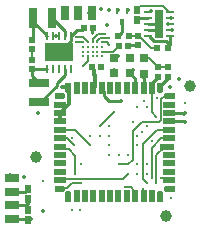
<source format=gbl>
G04 Layer_Physical_Order=6*
G04 Layer_Color=11436288*
%FSLAX25Y25*%
%MOIN*%
G70*
G01*
G75*
%ADD10C,0.00600*%
%ADD18R,0.02205X0.02047*%
%ADD21R,0.02047X0.02205*%
%ADD22R,0.02756X0.02756*%
%ADD23R,0.02165X0.02165*%
%ADD24C,0.01000*%
%ADD25C,0.01200*%
%ADD26C,0.03937*%
%ADD27C,0.01969*%
%ADD28C,0.01400*%
%ADD29C,0.01100*%
%ADD30C,0.01000*%
%ADD37O,0.03537X0.02205*%
%ADD38O,0.02205X0.03537*%
%ADD39O,0.02205X0.03737*%
%ADD40O,0.03737X0.02205*%
%ADD41R,0.02205X0.02165*%
%ADD42R,0.02205X0.03937*%
%ADD43R,0.02165X0.02205*%
%ADD44R,0.03937X0.02205*%
%ADD45R,0.05118X0.02205*%
%ADD46C,0.00906*%
%ADD47R,0.03000X0.05000*%
%ADD48R,0.02362X0.02559*%
%ADD49R,0.02165X0.02165*%
%ADD50R,0.01063X0.02047*%
%ADD51R,0.01417X0.02047*%
%ADD52R,0.02520X0.09409*%
%ADD53R,0.02756X0.00984*%
%ADD54R,0.09370X0.06496*%
%ADD55R,0.00984X0.02756*%
%ADD56R,0.02441X0.02598*%
%ADD57R,0.07087X0.03150*%
%ADD58R,0.05000X0.03000*%
%ADD59R,0.02756X0.02756*%
%ADD60R,0.03150X0.07087*%
D10*
X139400Y127400D02*
X144800D01*
X136200Y124200D02*
X139400Y127400D01*
X114102Y121898D02*
X116500Y119500D01*
X111996Y121898D02*
X114102D01*
X116907Y124693D02*
X122000Y119600D01*
X111996Y124693D02*
X116907D01*
X117000Y110000D02*
Y115974D01*
X114764Y118209D02*
X117000Y115974D01*
X111996Y119102D02*
X112889Y118209D01*
X114764D01*
X138668Y165900D02*
X146196D01*
X148159Y163937D01*
X148642D01*
X125126Y125874D02*
Y126026D01*
X129800Y130700D01*
X142500Y118785D02*
X145613Y121898D01*
X148201D01*
X139524Y119933D02*
X144284Y124693D01*
X142500Y108500D02*
Y118785D01*
X139524Y108326D02*
Y119933D01*
X144284Y124693D02*
X148201D01*
X144800Y127400D02*
X145432Y128032D01*
X136200Y114751D02*
Y124200D01*
X134724Y113276D02*
X136200Y114751D01*
X122775Y154927D02*
X124549Y156700D01*
X122775Y153862D02*
Y154927D01*
X124549Y156700D02*
X126800D01*
X139483Y102796D02*
Y105000D01*
X139524Y108326D02*
X140874Y106976D01*
X114265Y105264D02*
X115976Y106976D01*
X118827D01*
X111110Y105126D02*
Y105264D01*
X114265D01*
X111996Y107921D02*
Y108326D01*
X132775D02*
X134575Y110126D01*
X111996Y108326D02*
X132775D01*
X144024Y106976D02*
Y116332D01*
X146794Y119102D01*
X148004D01*
X136988Y102496D02*
Y104012D01*
X135414Y105586D02*
X136988Y104012D01*
X133414Y105586D02*
X135414D01*
X131425Y113276D02*
X134724D01*
X148948Y135735D02*
X149087Y135874D01*
X146235Y135735D02*
X148948D01*
X145500Y108500D02*
X147622D01*
X137964Y156000D02*
X138000Y156035D01*
X134772Y156000D02*
X137964D01*
X138000Y156035D02*
X138186D01*
X142222Y152000D01*
X144228D01*
X102500Y148035D02*
Y151464D01*
X140000Y148756D02*
X141516D01*
X144500Y145772D01*
X148000D01*
X125925Y150713D02*
X129677D01*
X131465Y152500D01*
X117338Y153862D02*
X119626D01*
X117500Y155600D02*
X119660D01*
X121201Y153862D02*
Y154059D01*
X119660Y155600D02*
X121201Y154059D01*
X124350Y153862D02*
Y154250D01*
X125300Y155200D01*
X128400D01*
X125925Y153862D02*
X127538D01*
X128400Y153000D01*
X121201Y147501D02*
Y149138D01*
X119600Y145900D02*
X121201Y147501D01*
X142579Y130468D02*
X144024Y129024D01*
X142579Y130468D02*
Y138504D01*
X145432Y128032D02*
Y134623D01*
X145450Y134641D01*
Y134950D01*
X146235Y135735D01*
D18*
X125535Y145500D02*
D03*
X122465D02*
D03*
X134535Y152500D02*
D03*
X131465D02*
D03*
X119864Y158500D02*
D03*
X122935D02*
D03*
D21*
X102500Y154535D02*
D03*
Y151464D02*
D03*
Y144965D02*
D03*
Y148035D02*
D03*
X138000Y156035D02*
D03*
Y152964D02*
D03*
D22*
X140000Y143244D02*
D03*
Y148756D02*
D03*
D23*
X148000Y142228D02*
D03*
Y145772D02*
D03*
X144500Y142228D02*
D03*
Y145772D02*
D03*
D24*
X102500Y144890D02*
X107563D01*
X110800Y140320D02*
X113469Y142988D01*
X110800Y139417D02*
Y140320D01*
X105902Y134520D02*
X110800Y139417D01*
X105000Y134520D02*
X105902D01*
X102500Y142650D02*
Y144890D01*
Y142650D02*
X105000Y140150D01*
X128400Y134200D02*
X132200D01*
X126500Y136100D02*
X128400Y134200D01*
X126500Y136100D02*
Y137597D01*
X125700Y138397D02*
X126500Y137597D01*
X139783Y138504D02*
Y143027D01*
X122700Y156800D02*
Y158265D01*
X117427Y158100D02*
X119465D01*
X115437Y156110D02*
X117427Y158100D01*
X115437Y154437D02*
Y156110D01*
X111500Y150500D02*
X115437Y154437D01*
X141358Y160000D02*
X145000D01*
X148642Y152870D02*
Y156063D01*
X143326Y154295D02*
X147216D01*
X141558Y156063D02*
X143326Y154295D01*
X147216D02*
X148642Y152870D01*
X142579Y140307D02*
X144500Y142228D01*
X145374Y139390D02*
X148000Y142016D01*
X136988Y138504D02*
Y141768D01*
X135256Y143500D02*
X136988Y141768D01*
X135000Y152964D02*
X138000D01*
X113469Y142988D02*
Y144890D01*
X102850Y160823D02*
X107563Y156110D01*
X102850Y154886D02*
Y160823D01*
X113469Y156110D02*
Y157681D01*
X109150Y162000D02*
X113469Y157681D01*
X141358Y158031D02*
X145000D01*
X138201Y161969D02*
X141358D01*
X132500Y157272D02*
Y160571D01*
X131228Y156000D02*
X132500Y157272D01*
X96000Y99600D02*
X100900D01*
X101200Y99900D01*
Y101527D01*
X148201Y127488D02*
X153388D01*
X148201Y130283D02*
X153048D01*
Y129983D02*
X153500Y130435D01*
X96000Y95100D02*
X100827D01*
X96000Y104100D02*
X100427D01*
D25*
X112500Y139100D02*
X114030D01*
X114130Y139000D01*
X111996Y130283D02*
X115065Y133352D01*
X111996Y127488D02*
Y130283D01*
X115065Y133352D02*
Y138065D01*
X114626Y138504D02*
X115065Y138065D01*
X122465Y145500D02*
X123333Y144631D01*
Y143067D02*
Y144631D01*
Y143067D02*
X123500Y142900D01*
Y138992D02*
Y142900D01*
D26*
X155118Y139370D02*
D03*
X147244Y96063D02*
D03*
X103937Y115748D02*
D03*
D27*
X145000Y158031D02*
D03*
Y161969D02*
D03*
X113469Y148531D02*
D03*
Y152469D02*
D03*
X109531Y148531D02*
D03*
Y152469D02*
D03*
D28*
X102500Y144890D02*
D03*
X112500Y139100D02*
D03*
X131200Y164500D02*
D03*
X134600Y164600D02*
D03*
X128200D02*
D03*
X125600Y165000D02*
D03*
X121700Y163700D02*
D03*
X151500Y141600D02*
D03*
X149100Y158000D02*
D03*
X134300Y139800D02*
D03*
X100000Y108858D02*
D03*
X112300Y116300D02*
D03*
X112700Y113200D02*
D03*
X131300Y149200D02*
D03*
X128900Y137200D02*
D03*
X132200Y134200D02*
D03*
X135400Y148500D02*
D03*
X136200Y144500D02*
D03*
X148500Y138800D02*
D03*
X140000Y141800D02*
D03*
X138000Y152900D02*
D03*
X106100Y97500D02*
D03*
X95300Y109500D02*
D03*
X113500Y163600D02*
D03*
X104700Y130300D02*
D03*
X123500Y142900D02*
D03*
X102500Y151464D02*
D03*
X102900Y163900D02*
D03*
X102850Y160823D02*
D03*
X127600Y159600D02*
D03*
X110516Y156110D02*
D03*
X140000Y148756D02*
D03*
X129900Y144500D02*
D03*
X142200Y164400D02*
D03*
X118000Y163500D02*
D03*
X147800Y159900D02*
D03*
X149000Y162000D02*
D03*
X131465Y152500D02*
D03*
X125535Y145500D02*
D03*
X101200Y99900D02*
D03*
X153500Y127300D02*
D03*
Y130435D02*
D03*
X101200Y104873D02*
D03*
X102300Y94800D02*
D03*
D29*
X118504Y98031D02*
D03*
X139115Y124115D02*
D03*
X140874Y125874D02*
D03*
X116500Y119500D02*
D03*
X122000Y119600D02*
D03*
X117000Y110000D02*
D03*
X129800Y130700D02*
D03*
X125126Y125874D02*
D03*
X137724Y113276D02*
D03*
X106300Y107500D02*
D03*
X122000Y122700D02*
D03*
X125100D02*
D03*
X116036Y121900D02*
D03*
X115900Y98035D02*
D03*
X142500Y121000D02*
D03*
X139800Y134400D02*
D03*
X140874Y132173D02*
D03*
X137700Y132200D02*
D03*
X119626Y152287D02*
D03*
X139483Y105000D02*
D03*
X140874Y113276D02*
D03*
Y110126D02*
D03*
Y106976D02*
D03*
X144024Y129024D02*
D03*
Y106976D02*
D03*
X118827D02*
D03*
X134575Y110126D02*
D03*
X131425Y113276D02*
D03*
Y116425D02*
D03*
X128276D02*
D03*
Y119575D02*
D03*
X134575Y116425D02*
D03*
X137724Y119575D02*
D03*
X128276Y125874D02*
D03*
Y122724D02*
D03*
X149000Y105000D02*
D03*
Y116000D02*
D03*
X142500Y108500D02*
D03*
X137724Y110126D02*
D03*
X133414Y105586D02*
D03*
X149000Y111000D02*
D03*
X145374Y101610D02*
D03*
X149000Y133000D02*
D03*
Y102000D02*
D03*
X142500Y101500D02*
D03*
X145500Y108500D02*
D03*
X149000Y113500D02*
D03*
X118827Y113276D02*
D03*
X136400Y127198D02*
D03*
X144100Y135200D02*
D03*
D30*
X137724Y122724D02*
D03*
X145374Y138504D02*
D03*
X153500Y133500D02*
D03*
X122700Y156800D02*
D03*
X115500Y143900D02*
D03*
X109500D02*
D03*
X125925Y149138D02*
D03*
X124350D02*
D03*
X121201Y152287D02*
D03*
Y150713D02*
D03*
X122775D02*
D03*
Y152287D02*
D03*
X124350D02*
D03*
X128400Y153000D02*
D03*
X117400Y155700D02*
D03*
X117300Y153900D02*
D03*
X126800Y156700D02*
D03*
X128400Y155200D02*
D03*
X119626Y149138D02*
D03*
X119600Y145900D02*
D03*
X122775Y149138D02*
D03*
D37*
X111996Y135874D02*
D03*
Y105126D02*
D03*
D38*
X114626Y102496D02*
D03*
Y138504D02*
D03*
D39*
X145374Y102496D02*
D03*
Y138504D02*
D03*
D40*
X148201Y135874D02*
D03*
Y105126D02*
D03*
D41*
X145374Y101610D02*
D03*
X114626D02*
D03*
Y139390D02*
D03*
X145374D02*
D03*
D42*
X142579Y102496D02*
D03*
X139783D02*
D03*
X136988D02*
D03*
X134193D02*
D03*
X131398D02*
D03*
X128602D02*
D03*
X125807D02*
D03*
X123012D02*
D03*
X120217D02*
D03*
X117421D02*
D03*
Y138504D02*
D03*
X120217D02*
D03*
X123012D02*
D03*
X125807D02*
D03*
X128602D02*
D03*
X131398D02*
D03*
X134193D02*
D03*
X136988D02*
D03*
X139783D02*
D03*
X142579D02*
D03*
D43*
X111110Y105126D02*
D03*
Y135874D02*
D03*
X149087D02*
D03*
Y105126D02*
D03*
D44*
X111996Y107921D02*
D03*
Y110716D02*
D03*
Y113512D02*
D03*
Y116307D02*
D03*
Y119102D02*
D03*
Y121898D02*
D03*
Y124693D02*
D03*
Y127488D02*
D03*
Y130283D02*
D03*
Y133079D02*
D03*
X148201D02*
D03*
Y130283D02*
D03*
Y127488D02*
D03*
Y124693D02*
D03*
Y121898D02*
D03*
Y116307D02*
D03*
Y113512D02*
D03*
Y110716D02*
D03*
Y107921D02*
D03*
D45*
X147610Y119102D02*
D03*
D46*
X119626Y153862D02*
D03*
X121201D02*
D03*
X122775D02*
D03*
X124350D02*
D03*
X125925D02*
D03*
X119626Y152287D02*
D03*
X121201D02*
D03*
X122775D02*
D03*
X124350D02*
D03*
X125925D02*
D03*
X119626Y150713D02*
D03*
X121201D02*
D03*
X122775D02*
D03*
X124350D02*
D03*
X125925D02*
D03*
X119626Y149138D02*
D03*
X121201D02*
D03*
X122775D02*
D03*
X124350D02*
D03*
X125925D02*
D03*
D47*
X118000Y163500D02*
D03*
X122500D02*
D03*
X113500D02*
D03*
D48*
X101200Y94727D02*
D03*
Y98073D02*
D03*
Y104873D02*
D03*
Y101527D02*
D03*
D49*
X134772Y156000D02*
D03*
X131228D02*
D03*
X144228Y152000D02*
D03*
X147772D02*
D03*
D50*
X130925Y164429D02*
D03*
X134075D02*
D03*
D51*
X132500Y160571D02*
D03*
D52*
X145000Y160000D02*
D03*
D53*
X141358Y156063D02*
D03*
Y158031D02*
D03*
Y160000D02*
D03*
Y161969D02*
D03*
Y163937D02*
D03*
X148642Y156063D02*
D03*
Y158031D02*
D03*
Y160000D02*
D03*
Y161969D02*
D03*
Y163937D02*
D03*
D54*
X111500Y150500D02*
D03*
D55*
X115437Y144890D02*
D03*
X113469D02*
D03*
X111500D02*
D03*
X109531D02*
D03*
X107563D02*
D03*
X115437Y156110D02*
D03*
X113469D02*
D03*
X111500D02*
D03*
X109531D02*
D03*
X107563D02*
D03*
D56*
X137500Y161268D02*
D03*
Y164732D02*
D03*
D57*
X105000Y133850D02*
D03*
Y140150D02*
D03*
D58*
X96000Y99600D02*
D03*
Y95100D02*
D03*
Y104100D02*
D03*
Y108600D02*
D03*
D59*
X135256Y143500D02*
D03*
X129744D02*
D03*
X135256Y148500D02*
D03*
X129744D02*
D03*
D60*
X109150Y162000D02*
D03*
X102850D02*
D03*
M02*

</source>
